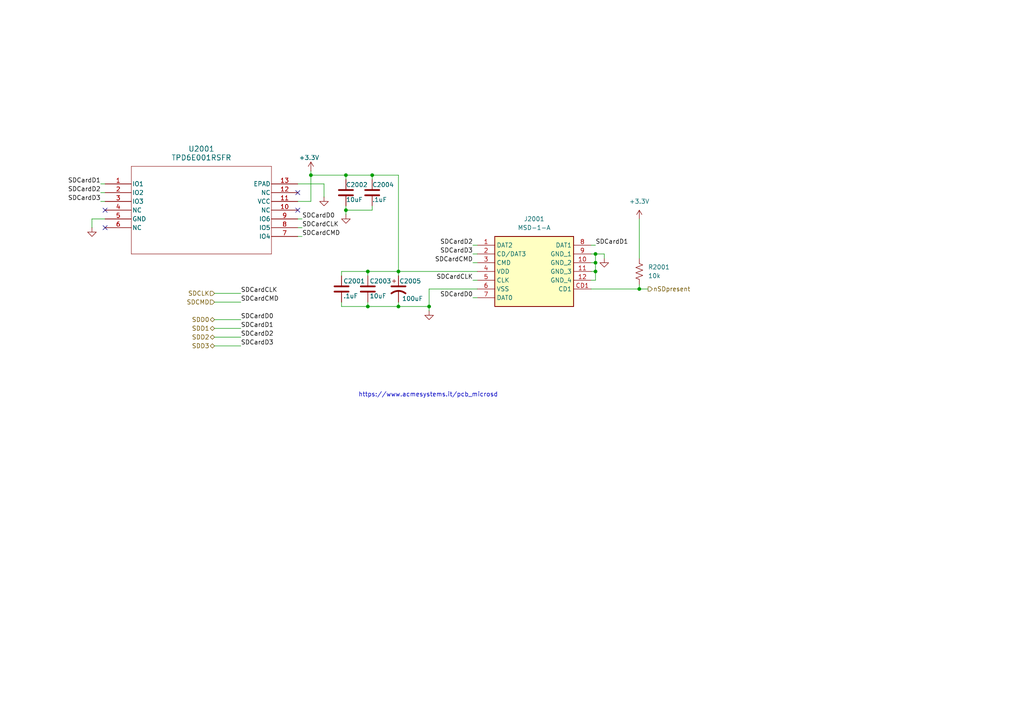
<source format=kicad_sch>
(kicad_sch (version 20250114) (generator "eeschema") (generator_version "9.0")
  (paper "A4")
  (lib_symbols
    (symbol "Device:C" (pin_numbers (hide yes)) (pin_names (offset 0.254))
      (property "Reference" "C" (at 0.635 2.54 0))
      (property "Value" "C" (at 0.635 -2.54 0))
      (symbol "C_0_1"
        (polyline (pts (xy -2.032 0.762) (xy 2.032 0.762)) (stroke (width 0.508)))
        (polyline (pts (xy -2.032 -0.762) (xy 2.032 -0.762)) (stroke (width 0.508)))
      )
      (symbol "C_1_1"
        (pin passive line (at 0 3.81 270) (length 2.794) (name "~") (number "1"))
        (pin passive line (at 0 -3.81 90) (length 2.794) (name "~") (number "2"))
      )
    )
    (symbol "Device:C_Polarized_US" (pin_numbers (hide yes)) (pin_names (offset 0.254) (hide yes))
      (property "Reference" "C" (at 0.635 2.54 0))
      (property "Value" "C_Polarized_US" (at 0.635 -2.54 0))
      (symbol "C_Polarized_US_0_1"
        (polyline (pts (xy -2.032 0.762) (xy 2.032 0.762)) (stroke (width 0.508)))
        (polyline (pts (xy -1.778 2.286) (xy -0.762 2.286)))
        (polyline (pts (xy -1.27 1.778) (xy -1.27 2.794)))
        (arc (start -2.032 -1.27) (mid 0 -0.5572) (end 2.032 -1.27) (stroke (width 0.508)))
      )
      (symbol "C_Polarized_US_1_1"
        (pin passive line (at 0 3.81 270) (length 2.794) (name "~") (number "1"))
        (pin passive line (at 0 -3.81 90) (length 3.302) (name "~") (number "2"))
      )
    )
    (symbol "Device:R_US" (pin_numbers (hide yes)) (pin_names (offset 0))
      (property "Reference" "R" (at 2.54 0 90))
      (property "Value" "R_US" (at -2.54 0 90))
      (symbol "R_US_0_1"
        (polyline (pts (xy 0 2.286) (xy 0 2.54)))
        (polyline (pts (xy 0 2.286) (xy 1.016 1.905) (xy 0 1.524) (xy -1.016 1.143) (xy 0 0.762)))
        (polyline (pts (xy 0 0.762) (xy 1.016 0.381) (xy 0 0) (xy -1.016 -0.381) (xy 0 -0.762)))
        (polyline (pts (xy 0 -0.762) (xy 1.016 -1.143) (xy 0 -1.524) (xy -1.016 -1.905) (xy 0 -2.286)))
        (polyline (pts (xy 0 -2.286) (xy 0 -2.54)))
      )
      (symbol "R_US_1_1"
        (pin passive line (at 0 3.81 270) (length 1.27) (name "~") (number "1"))
        (pin passive line (at 0 -3.81 90) (length 1.27) (name "~") (number "2"))
      )
    )
    (symbol "MSD-1-A:MSD-1-A"
      (property "Reference" "J" (at 29.21 7.62 0))
      (property "Value" "MSD-1-A" (at 29.21 5.08 0))
      (symbol "MSD-1-A_1_1"
        (rectangle (start 5.08 2.54) (end 27.94 -17.78) (stroke (width 0.254)) (fill (type background)))
        (pin passive line (at 0 0 0) (length 5.08) (name "DAT2") (number "1"))
        (pin passive line (at 0 -2.54 0) (length 5.08) (name "CD/DAT3") (number "2"))
        (pin passive line (at 0 -5.08 0) (length 5.08) (name "CMD") (number "3"))
        (pin passive line (at 0 -7.62 0) (length 5.08) (name "VDD") (number "4"))
        (pin passive line (at 0 -10.16 0) (length 5.08) (name "CLK") (number "5"))
        (pin passive line (at 0 -12.7 0) (length 5.08) (name "VSS") (number "6"))
        (pin passive line (at 0 -15.24 0) (length 5.08) (name "DAT0") (number "7"))
        (pin passive line (at 33.02 0 180) (length 5.08) (name "DAT1") (number "8"))
        (pin passive line (at 33.02 -2.54 180) (length 5.08) (name "GND_1") (number "9"))
        (pin passive line (at 33.02 -5.08 180) (length 5.08) (name "GND_2") (number "10"))
        (pin passive line (at 33.02 -7.62 180) (length 5.08) (name "GND_3") (number "11"))
        (pin passive line (at 33.02 -10.16 180) (length 5.08) (name "GND_4") (number "12"))
        (pin passive line (at 33.02 -12.7 180) (length 5.08) (name "CD1") (number "CD1"))
      )
    )
    (symbol "TPD6E001RSFR:TPD6E001RSFR" (pin_names (offset 0.254))
      (property "Reference" "U" (at 27.94 10.16 0))
      (property "Value" "TPD6E001RSFR" (at 27.94 7.62 0))
      (symbol "TPD6E001RSFR_0_1"
        (polyline (pts (xy 7.62 5.08) (xy 7.62 -20.32)) (stroke (width 0.127)))
        (polyline (pts (xy 7.62 -20.32) (xy 48.26 -20.32)) (stroke (width 0.127)))
        (polyline (pts (xy 48.26 5.08) (xy 7.62 5.08)) (stroke (width 0.127)))
        (polyline (pts (xy 48.26 -20.32) (xy 48.26 5.08)) (stroke (width 0.127)))
        (pin bidirectional line (at 0 0 0) (length 7.62) (name "IO1") (number "1"))
        (pin bidirectional line (at 0 -2.54 0) (length 7.62) (name "IO2") (number "2"))
        (pin bidirectional line (at 0 -5.08 0) (length 7.62) (name "IO3") (number "3"))
        (pin unspecified line (at 0 -7.62 0) (length 7.62) (name "NC") (number "4"))
        (pin power_in line (at 0 -10.16 0) (length 7.62) (name "GND") (number "5"))
        (pin unspecified line (at 0 -12.7 0) (length 7.62) (name "NC") (number "6"))
        (pin unspecified line (at 55.88 0 180) (length 7.62) (name "EPAD") (number "13"))
        (pin unspecified line (at 55.88 -2.54 180) (length 7.62) (name "NC") (number "12"))
        (pin power_in line (at 55.88 -5.08 180) (length 7.62) (name "VCC") (number "11"))
        (pin unspecified line (at 55.88 -7.62 180) (length 7.62) (name "NC") (number "10"))
        (pin bidirectional line (at 55.88 -10.16 180) (length 7.62) (name "IO6") (number "9"))
        (pin bidirectional line (at 55.88 -12.7 180) (length 7.62) (name "IO5") (number "8"))
        (pin bidirectional line (at 55.88 -15.24 180) (length 7.62) (name "IO4") (number "7"))
      )
    )
    (symbol "power:+3.3V" (power) (pin_numbers (hide yes)) (pin_names (offset 0) (hide yes))
      (property "Value" "+3.3V" (at 0 3.556 0))
      (symbol "+3.3V_0_1"
        (polyline (pts (xy -0.762 1.27) (xy 0 2.54)))
        (polyline (pts (xy 0 2.54) (xy 0.762 1.27)))
        (polyline (pts (xy 0 0) (xy 0 2.54)))
      )
      (symbol "+3.3V_1_1"
        (pin power_in line (at 0 0 90) (length 0) (name "~") (number "1"))
      )
    )
    (symbol "power:+3.3VA" (power) (pin_numbers (hide yes)) (pin_names (offset 0) (hide yes))
      (property "Value" "+3.3VA" (at 0 3.556 0))
      (symbol "+3.3VA_0_1"
        (polyline (pts (xy -0.762 1.27) (xy 0 2.54)))
        (polyline (pts (xy 0 2.54) (xy 0.762 1.27)))
        (polyline (pts (xy 0 0) (xy 0 2.54)))
      )
      (symbol "+3.3VA_1_1"
        (pin power_in line (at 0 0 90) (length 0) (name "~") (number "1"))
      )
    )
    (symbol "power:GND" (power) (pin_numbers (hide yes)) (pin_names (offset 0) (hide yes))
      (property "Value" "GND" (at 0 -3.81 0))
      (symbol "GND_0_1"
        (polyline (pts (xy 0 0) (xy 0 -1.27) (xy 1.27 -1.27) (xy 0 -2.54) (xy -1.27 -1.27) (xy 0 -1.27)))
      )
      (symbol "GND_1_1"
        (pin power_in line (at 0 0 270) (length 0) (name "~") (number "1"))
      )
    )
  )
  (text "https://www.acmesystems.it/pcb_microsd" (at 124.206 114.554 0) (effects (font (size 1.27 1.27))))
  (junction (at 106.68 78.74))
  (junction (at 100.33 60.96))
  (junction (at 185.42 83.82))
  (junction (at 106.68 88.9))
  (junction (at 115.57 78.74))
  (junction (at 107.95 50.8))
  (junction (at 172.72 78.74))
  (junction (at 124.46 88.9))
  (junction (at 172.72 73.66))
  (junction (at 172.72 76.2))
  (junction (at 115.57 88.9))
  (junction (at 90.17 50.8))
  (junction (at 100.33 50.8))
  (no_connect (at 30.48 60.96))
  (no_connect (at 86.36 60.96))
  (no_connect (at 86.36 55.88))
  (no_connect (at 30.48 66.04))
  (wire (pts (xy 29.21 53.34) (xy 30.48 53.34)))
  (wire (pts (xy 115.57 88.9) (xy 124.46 88.9)))
  (wire (pts (xy 62.23 85.09) (xy 69.85 85.09)))
  (wire (pts (xy 137.16 81.28) (xy 138.43 81.28)))
  (wire (pts (xy 172.72 73.66) (xy 175.26 73.66)))
  (wire (pts (xy 90.17 49.53) (xy 90.17 50.8)))
  (wire (pts (xy 62.23 87.63) (xy 69.85 87.63)))
  (wire (pts (xy 93.98 53.34) (xy 86.36 53.34)))
  (wire (pts (xy 171.45 78.74) (xy 172.72 78.74)))
  (wire (pts (xy 99.06 78.74) (xy 99.06 80.01)))
  (wire (pts (xy 29.21 58.42) (xy 30.48 58.42)))
  (wire (pts (xy 100.33 59.69) (xy 100.33 60.96)))
  (wire (pts (xy 62.23 100.33) (xy 69.85 100.33)))
  (wire (pts (xy 115.57 78.74) (xy 138.43 78.74)))
  (wire (pts (xy 29.21 55.88) (xy 30.48 55.88)))
  (wire (pts (xy 100.33 50.8) (xy 107.95 50.8)))
  (wire (pts (xy 26.67 63.5) (xy 30.48 63.5)))
  (wire (pts (xy 93.98 53.34) (xy 93.98 57.15)))
  (wire (pts (xy 106.68 78.74) (xy 99.06 78.74)))
  (wire (pts (xy 62.23 92.71) (xy 69.85 92.71)))
  (wire (pts (xy 185.42 83.82) (xy 187.96 83.82)))
  (wire (pts (xy 106.68 88.9) (xy 115.57 88.9)))
  (wire (pts (xy 171.45 76.2) (xy 172.72 76.2)))
  (wire (pts (xy 107.95 50.8) (xy 115.57 50.8)))
  (wire (pts (xy 106.68 78.74) (xy 106.68 80.01)))
  (wire (pts (xy 115.57 78.74) (xy 115.57 80.01)))
  (wire (pts (xy 86.36 68.58) (xy 87.63 68.58)))
  (wire (pts (xy 124.46 83.82) (xy 138.43 83.82)))
  (wire (pts (xy 171.45 83.82) (xy 185.42 83.82)))
  (wire (pts (xy 62.23 97.79) (xy 69.85 97.79)))
  (wire (pts (xy 124.46 90.17) (xy 124.46 88.9)))
  (wire (pts (xy 137.16 73.66) (xy 138.43 73.66)))
  (wire (pts (xy 62.23 95.25) (xy 69.85 95.25)))
  (wire (pts (xy 115.57 50.8) (xy 115.57 78.74)))
  (wire (pts (xy 100.33 52.07) (xy 100.33 50.8)))
  (wire (pts (xy 171.45 81.28) (xy 172.72 81.28)))
  (wire (pts (xy 100.33 62.23) (xy 100.33 60.96)))
  (wire (pts (xy 26.67 63.5) (xy 26.67 66.04)))
  (wire (pts (xy 90.17 50.8) (xy 100.33 50.8)))
  (wire (pts (xy 172.72 73.66) (xy 172.72 76.2)))
  (wire (pts (xy 137.16 76.2) (xy 138.43 76.2)))
  (wire (pts (xy 107.95 50.8) (xy 107.95 52.07)))
  (wire (pts (xy 137.16 71.12) (xy 138.43 71.12)))
  (wire (pts (xy 124.46 83.82) (xy 124.46 88.9)))
  (wire (pts (xy 185.42 63.5) (xy 185.42 74.93)))
  (wire (pts (xy 175.26 73.66) (xy 175.26 74.93)))
  (wire (pts (xy 172.72 78.74) (xy 172.72 81.28)))
  (wire (pts (xy 171.45 73.66) (xy 172.72 73.66)))
  (wire (pts (xy 115.57 87.63) (xy 115.57 88.9)))
  (wire (pts (xy 137.16 86.36) (xy 138.43 86.36)))
  (wire (pts (xy 90.17 58.42) (xy 86.36 58.42)))
  (wire (pts (xy 99.06 88.9) (xy 106.68 88.9)))
  (wire (pts (xy 86.36 63.5) (xy 87.63 63.5)))
  (wire (pts (xy 106.68 87.63) (xy 106.68 88.9)))
  (wire (pts (xy 106.68 78.74) (xy 115.57 78.74)))
  (wire (pts (xy 172.72 71.12) (xy 171.45 71.12)))
  (wire (pts (xy 99.06 87.63) (xy 99.06 88.9)))
  (wire (pts (xy 107.95 59.69) (xy 107.95 60.96)))
  (wire (pts (xy 107.95 60.96) (xy 100.33 60.96)))
  (wire (pts (xy 86.36 66.04) (xy 87.63 66.04)))
  (wire (pts (xy 90.17 50.8) (xy 90.17 58.42)))
  (wire (pts (xy 185.42 82.55) (xy 185.42 83.82)))
  (wire (pts (xy 172.72 76.2) (xy 172.72 78.74)))
  (label "SDCardCMD" (at 87.63 68.58 0))
  (label "SDCardD2" (at 137.16 71.12 180))
  (label "SDCardD1" (at 172.72 71.12 0))
  (label "SDCardCLK" (at 137.16 81.28 180))
  (label "SDCardCLK" (at 87.63 66.04 0))
  (label "SDCardD1" (at 29.21 53.34 180))
  (label "SDCardD0" (at 137.16 86.36 180))
  (label "SDCardD0" (at 87.63 63.5 0))
  (label "SDCardCLK" (at 69.85 85.09 0))
  (label "SDCardD3" (at 29.21 58.42 180))
  (label "SDCardCMD" (at 69.85 87.63 0))
  (label "SDCardD2" (at 29.21 55.88 180))
  (label "SDCardD0" (at 69.85 92.71 0))
  (label "SDCardD2" (at 69.85 97.79 0))
  (label "SDCardD1" (at 69.85 95.25 0))
  (label "SDCardD3" (at 69.85 100.33 0))
  (label "SDCardD3" (at 137.16 73.66 180))
  (label "SDCardCMD" (at 137.16 76.2 180))
  (hierarchical_label "SDD1" (shape bidirectional) (at 62.23 95.25 180))
  (hierarchical_label "SDD2" (shape bidirectional) (at 62.23 97.79 180))
  (hierarchical_label "SDCLK" (shape input) (at 62.23 85.09 180))
  (hierarchical_label "SDD0" (shape bidirectional) (at 62.23 92.71 180))
  (hierarchical_label "SDD3" (shape bidirectional) (at 62.23 100.33 180))
  (hierarchical_label "SDCMD" (shape input) (at 62.23 87.63 180))
  (hierarchical_label "nSDpresent" (shape output) (at 187.96 83.82 0))
  (symbol (lib_id "power:GND") (at 26.67 66.04 0) (unit 1)
    (property "Reference" "#PWR02001" (effects (hide yes)))
    (property "Value" "GND" (effects (hide yes)))
    (property "Description" "Power symbol creates a global label with name \"GND\" , ground" (effects (hide yes)))
  )
  (symbol (lib_id "power:+3.3V") (at 185.42 63.5 0) (unit 1)
    (property "Reference" "#PWR02007" (effects (hide yes)))
    (property "Value" "+3.3V" (at 185.42 58.42 0))
    (property "Description" "Power symbol creates a global label with name \"+3.3V\"" (effects (hide yes)))
  )
  (symbol (lib_id "power:+3.3VA") (at 90.17 49.53 0) (unit 1)
    (property "Reference" "#PWR02002" (effects (hide yes)))
    (property "Value" "+3.3V" (at 89.662 45.72 0))
    (property "Description" "Power symbol creates a global label with name \"+3.3VA\"" (effects (hide yes)))
  )
  (symbol (lib_id "TPD6E001RSFR:TPD6E001RSFR") (at 30.48 53.34 0) (unit 1)
    (property "Reference" "U2001" (at 58.42 43.18 0) (effects (font (size 1.524 1.524))))
    (property "Value" "TPD6E001RSFR" (at 58.42 45.72 0) (effects (font (size 1.524 1.524))))
    (property "Footprint" "RSF12_2P1X2P1" (effects (hide yes)))
    (property "Datasheet" "https://www.ti.com/lit/gpn/tpd6e001" (effects (hide yes)))
  )
  (symbol (lib_id "Device:C") (at 100.33 55.88 0) (mirror y) (unit 1)
    (property "Reference" "C2002" (at 100.33 53.594 0) (effects (justify right)))
    (property "Value" "10uF" (at 100.33 57.912 0) (effects (justify right)))
    (property "Footprint" "Capacitor_SMD:C_0805_2012Metric" (effects (hide yes)))
    (property "Description" "Unpolarized capacitor" (effects (hide yes)))
  )
  (symbol (lib_id "power:GND") (at 93.98 57.15 0) (unit 1)
    (property "Reference" "#PWR02003" (effects (hide yes)))
    (property "Value" "GND" (effects (hide yes)))
    (property "Description" "Power symbol creates a global label with name \"GND\" , ground" (effects (hide yes)))
  )
  (symbol (lib_id "MSD-1-A:MSD-1-A") (at 138.43 71.12 0) (unit 1)
    (property "Reference" "J2001" (at 154.94 63.5 0))
    (property "Value" "MSD-1-A" (at 154.94 66.04 0))
    (property "Datasheet" "https://www.sameskydevices.com/product/resource/msd-1-a.pdf" (effects (hide yes)))
    (property "Description" "Micro SD Card Connector, 9 Positions, Connector and Ejector, Push In, Auto Eject Out, Surface Mount, 1.8 mm Height Above Board, Gold Flash" (effects (hide yes)))
    (property "Height" "2" (effects (hide yes)))
    (property "Mouser Part Number" "179-MSD-1-A" (effects (hide yes)))
    (property "Mouser Price/Stock" "https://www.mouser.co.uk/ProductDetail/Same-Sky/MSD-1-A?qs=Z%252BL2brAPG1Ip18XLC4tUPQ%3D%3D" (effects (hide yes)))
    (property "Manufacturer_Name" "Same Sky" (effects (hide yes)))
    (property "Manufacturer_Part_Number" "MSD-1-A" (effects (hide yes)))
  )
  (symbol (lib_id "power:GND") (at 100.33 62.23 0) (unit 1)
    (property "Reference" "#PWR02004" (effects (hide yes)))
    (property "Value" "GND" (effects (hide yes)))
    (property "Description" "Power symbol creates a global label with name \"GND\" , ground" (effects (hide yes)))
  )
  (symbol (lib_id "Device:C") (at 106.68 83.82 0) (mirror y) (unit 1)
    (property "Reference" "C2003" (at 107.188 81.534 0) (effects (justify right)))
    (property "Value" "10uF" (at 107.188 85.852 0) (effects (justify right)))
    (property "Footprint" "Capacitor_SMD:C_0805_2012Metric" (effects (hide yes)))
    (property "Description" "Unpolarized capacitor" (effects (hide yes)))
  )
  (symbol (lib_id "power:GND") (at 124.46 90.17 0) (unit 1)
    (property "Reference" "#PWR02005" (effects (hide yes)))
    (property "Value" "GND" (effects (hide yes)))
    (property "Description" "Power symbol creates a global label with name \"GND\" , ground" (effects (hide yes)))
  )
  (symbol (lib_id "power:GND") (at 175.26 74.93 0) (unit 1)
    (property "Reference" "#PWR02006" (effects (hide yes)))
    (property "Value" "GND" (effects (hide yes)))
    (property "Description" "Power symbol creates a global label with name \"GND\" , ground" (effects (hide yes)))
  )
  (symbol (lib_id "Device:C_Polarized_US") (at 115.57 83.82 0) (unit 1)
    (property "Reference" "C2005" (at 115.824 81.534 0) (effects (justify left)))
    (property "Value" "100uF" (at 116.586 86.614 0) (effects (justify left)))
    (property "Description" "Polarized capacitor, US symbol" (effects (hide yes)))
  )
  (symbol (lib_id "Device:C") (at 99.06 83.82 0) (mirror y) (unit 1)
    (property "Reference" "C2001" (at 99.568 81.534 0) (effects (justify right)))
    (property "Value" ".1uF" (at 99.568 85.852 0) (effects (justify right)))
    (property "Footprint" "Capacitor_SMD:C_0805_2012Metric" (effects (hide yes)))
    (property "Description" "Unpolarized capacitor" (effects (hide yes)))
  )
  (symbol (lib_id "Device:C") (at 107.95 55.88 0) (mirror y) (unit 1)
    (property "Reference" "C2004" (at 107.95 53.594 0) (effects (justify right)))
    (property "Value" ".1uF" (at 107.95 57.912 0) (effects (justify right)))
    (property "Footprint" "Capacitor_SMD:C_0805_2012Metric" (effects (hide yes)))
    (property "Description" "Unpolarized capacitor" (effects (hide yes)))
  )
  (symbol (lib_id "Device:R_US") (at 185.42 78.74 0) (unit 1)
    (property "Reference" "R2001" (at 187.96 77.4699 0) (effects (justify left)))
    (property "Value" "10k" (at 187.96 80.0099 0) (effects (justify left)))
    (property "Description" "Resistor, US symbol" (effects (hide yes)))
  )
)
</source>
